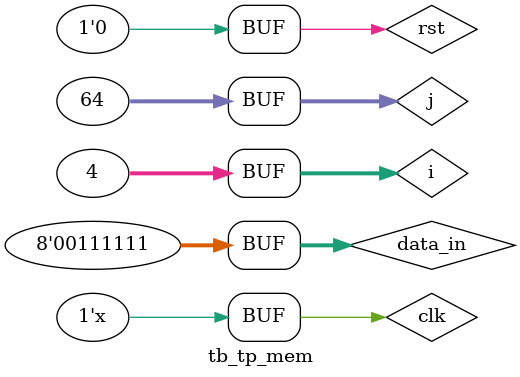
<source format=v>
`timescale 1ns/1ps

module tb_tp_mem();

reg clk, rst;
reg [7:0] data_in;
wire [7:0] data_out;

tp_mem tp_TEST(data_out, data_in, clk, rst, 1'b1);

integer i, j;

initial begin
    rst <= 1;
    clk <= 1;
    #11
    rst <= 0;
    #9
    for (i=0;i<4;i=i+1) begin
        for (j=0;j<64;j=j+1) begin
            data_in <= j;
            #(10);
        end
    end
end

always #5 clk <= ~clk;

endmodule

</source>
